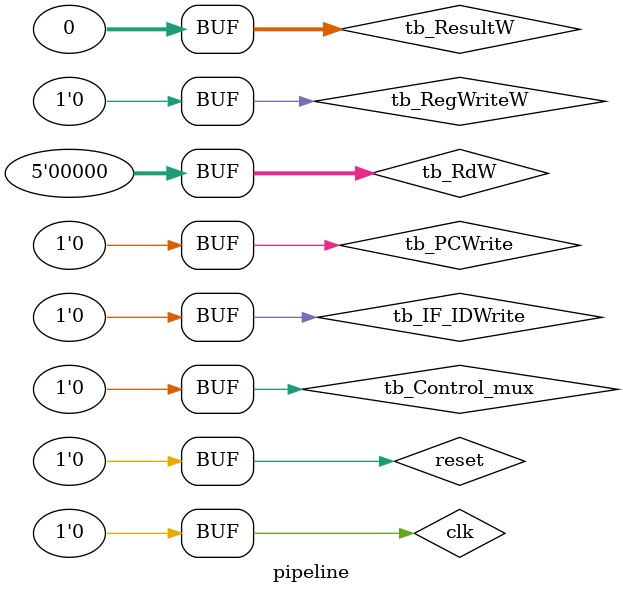
<source format=sv>
`timescale 1ns / 1ps
module pipeline ();


  logic        clk;
  logic        reset;

  //logic [31:0] WriteData, DataAdr;
 //logic        MemWrite;
  
  // initialize test
  initial
    begin
      reset <= 1; # 5; reset <= 0;
    end

  // generate clock to sequence tests
  always
    begin
      clk <= 1; # 5; clk <= 0; # 5;
    end



//~~~~~~~~~~~~~~~~~iFetch Module~~~~~~~~~~~~~~~~~~~~~~

  logic [31:0] tb_InstrD,tb_PCD,tb_PCPlus4D;
  logic tb_PCSrcE;
  logic [31:0]tb_PCTargetE;


  ifetch ifetch1(clk, reset,tb_PCSrcE,tb_PCTargetE,tb_InstrD,tb_PCD,tb_PCPlus4D, tb_PCWrite, tb_IF_IDWrite); 
  
  
  
//~~~~~~~~~~~~~~~~~iDecode Module~~~~~~~~~~~~~~~~~~~~~~
  logic [31:0] tb_PCE, tb_PCPlus4E, tb_RD1E, tb_RD2E, tb_ImmExtE;
  logic [4:0] tb_RdE;
  logic [2:0] tb_AluControlE;
  logic [1:0] tb_ResultSrcE;
  logic tb_RegWriteE, tb_MemWriteE,tb_MemReadE, tb_JumpE, tb_BranchE, tb_ALUSrcE;
  logic tb_RegWriteW;
  logic [31:0]tb_ResultW;
  logic [4:0]tb_RdW;
  //forwarding wires
  logic [4:0] tb_Rs1E,tb_Rs2E;
  
  idecode decode(.clk(clk),.reset(reset),.regWriteW(tb_RegWriteW),.PCD(tb_PCD),.InstrD(tb_InstrD),.PCPlus4D (tb_PCPlus4D),.ResultW(tb_ResultW),.RDW(tb_RdW[4:0]),
    .PCE(tb_PCE), .PCPlus4E(tb_PCPlus4E), .RD1E(tb_RD1E), .RD2E(tb_RD2E), .ImmExtE(tb_ImmExtE),.RdE(tb_RdE), .AluControlE(tb_AluControlE), .ResultSrcE(tb_ResultSrcE), 
    .RegWriteE(tb_RegWriteE), .MemWriteE(tb_MemWriteE),.MemReadE(tb_MemReadE), .JumpE(tb_JumpE), .BranchE(tb_BranchE), .ALUSrcE(tb_ALUSrcE),
    .Rs1E(tb_Rs1E), .Rs2E(tb_Rs2E), .Control_mux(tb_Control_mux)
    );

  //~~~~~~~~~~~~~~~~~iExecute Module~~~~~~~~~~~~~~~~~~~~~~
    //data path M
    logic[31:0] tb_ALUResultM, tb_WriteDataM, tb_PCPlus4M;
    logic [4:0] tb_RdM;
    //control M
    logic tb_RegWriteM, tb_MemWriteM;
    logic[1:0] tb_ResultSrcM;
    
    ixecute exec(
        clk,reset,
        tb_RD1E,tb_RD2E,tb_PCE,tb_ImmExtE, tb_PCPlus4E, 
        tb_RdE,
        tb_RegWriteE, tb_MemWriteE, tb_JumpE,tb_BranchE,tb_ALUSrcE,
        tb_ResultSrcE,
        tb_AluControlE,
        tb_ALUResultM, tb_WriteDataM, tb_PCPlus4M, tb_PCTargetE, 
        tb_RdM,
        tb_PCSrcE, tb_RegWriteM, tb_MemWriteM,
        tb_ResultSrcM,
        //forwarding wires
        tb_ForwardA, tb_ForwardB,
        tb_ResultW
    );
  //~~~~~~~~~~~~~~~~~iMemory Module~~~~~~~~~~~~~~~~~~~~~~
    logic [1:0] tb_ResultSrcW;
    logic [31:0] tb_ALUResultW;
    logic [31:0] tb_ReadDataW;
    logic [31:0] tb_PCPlus4W;
  
    imemStage memory(
        .clk(clk),.reset(reset),
        .RegWriteM (tb_RegWriteM),
        .ResultSrcM(tb_ResultSrcM),
        .MemWriteM(tb_MemWriteM),
        .ALUResultM(tb_ALUResultM),
        .WriteDataM(tb_WriteDataM),
        .RdM(tb_RdM),
        .PCPlus4M(tb_PCPlus4M),
        .RegWriteW(tb_RegWriteW),
        .ResultSrcW(tb_ResultSrcW),
        .ALUResultW(tb_ALUResultW),
        .ReadDataW(tb_ReadDataW),
        .RdW(tb_RdW),
        .PCPlus4W(tb_PCPlus4W)
    );

    //~~~~~~~~~~~~~~~~~iWriteBack Module~~~~~~~~~~~~~~~~~~~~~~
    iWB write_back(
        clk, reset,
        tb_ResultSrcW,
        tb_ALUResultW, tb_ReadDataW, tb_PCPlus4W,
        tb_ResultW
        );                  

    //~~~~~~~~~~~~~~~~~Forwarding Unit~~~~~~~~~~~~~~~~~~~~~~
    logic[1:0] tb_ForwardA, tb_ForwardB;
    
    forwarding_unit frwd_unit(.Rs1E(tb_Rs1E),.Rs2E(tb_Rs2E), .RdW(tb_RdW), .RdM(tb_RdM),
        .RegWriteM(tb_RegWriteM), .RegWriteW(tb_RegWriteW),
        .ForwardA(tb_ForwardA), .ForwardB(tb_ForwardB)
    );
    //~~~~~~~~~~~~~~~~~Hazard Detection Unit~~~~~~~~~~~~~~~~~~~~~~
    logic tb_Control_mux, tb_IF_IDWrite, tb_PCWrite;
    
    hazard_detection_unit hazard_unit(.reset(reset),.RdE(tb_RdE),.Rs1D(tb_InstrD[19:15]), .Rs2D(tb_InstrD[24:20]), .MemReadE(tb_MemReadE),
        .Control_mux(tb_Control_mux), .IF_IDWrite(tb_IF_IDWrite), .PCWrite(tb_PCWrite)
    );

initial begin
      tb_Control_mux <= 0;
      tb_IF_IDWrite <= 0;
      tb_PCWrite <= 0;
      tb_RegWriteW <= 0;
      tb_ResultW <= 0;
      tb_RdW <= 0;
    end
endmodule // pipeline

</source>
